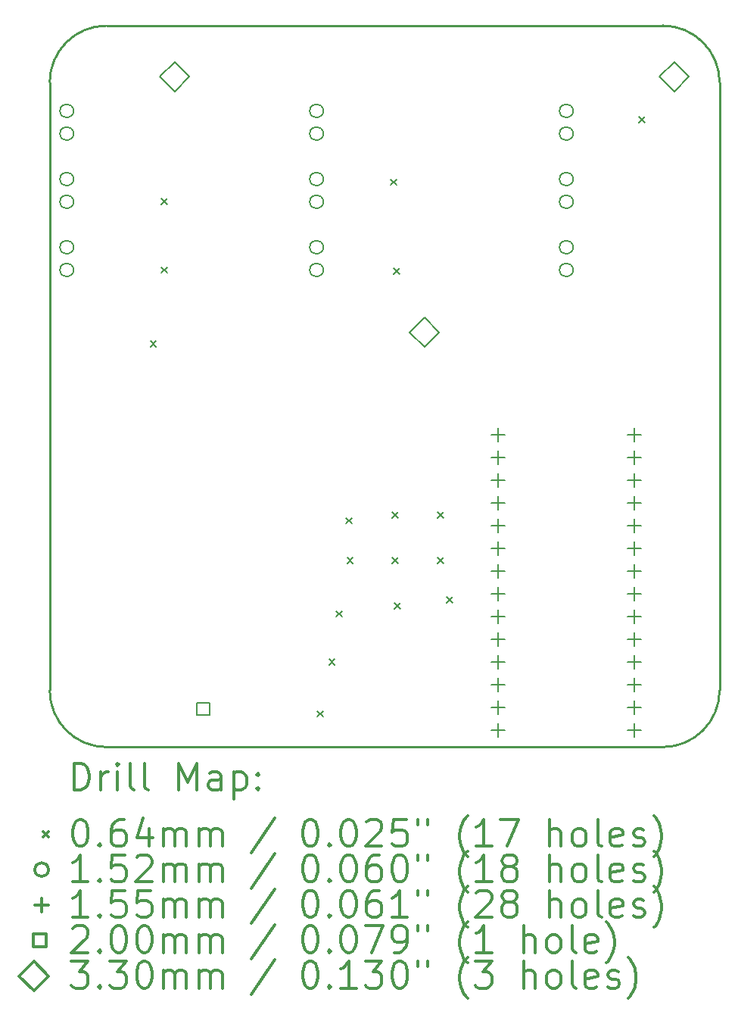
<source format=gbr>
%FSLAX45Y45*%
G04 Gerber Fmt 4.5, Leading zero omitted, Abs format (unit mm)*
G04 Created by KiCad (PCBNEW 5.1.6-c6e7f7d~87~ubuntu20.04.1) date 2020-08-03 15:13:41*
%MOMM*%
%LPD*%
G01*
G04 APERTURE LIST*
%TA.AperFunction,Profile*%
%ADD10C,0.279400*%
%TD*%
%ADD11C,0.200000*%
%ADD12C,0.300000*%
G04 APERTURE END LIST*
D10*
X12573000Y-12509500D02*
G75*
G02*
X11938000Y-13144500I-635000J0D01*
G01*
X5715000Y-13144500D02*
G75*
G02*
X5080000Y-12509500I0J635000D01*
G01*
X11938000Y-5080000D02*
G75*
G02*
X12573000Y-5715000I0J-635000D01*
G01*
X5080000Y-5715000D02*
G75*
G02*
X5715000Y-5080000I635000J0D01*
G01*
X5715000Y-5080000D02*
X11938000Y-5080000D01*
X5080000Y-12509500D02*
X5080000Y-5715000D01*
X11938000Y-13144500D02*
X5715000Y-13144500D01*
X12573000Y-5715000D02*
X12573000Y-12509500D01*
D11*
X6207720Y-8603360D02*
X6271220Y-8666860D01*
X6271220Y-8603360D02*
X6207720Y-8666860D01*
X6329040Y-7777840D02*
X6392540Y-7841340D01*
X6392540Y-7777840D02*
X6329040Y-7841340D01*
X6330020Y-7015020D02*
X6393520Y-7078520D01*
X6393520Y-7015020D02*
X6330020Y-7078520D01*
X8072660Y-12742900D02*
X8136160Y-12806400D01*
X8136160Y-12742900D02*
X8072660Y-12806400D01*
X8202930Y-12162990D02*
X8266430Y-12226490D01*
X8266430Y-12162990D02*
X8202930Y-12226490D01*
X8286750Y-11621710D02*
X8350250Y-11685210D01*
X8350250Y-11621710D02*
X8286750Y-11685210D01*
X8394510Y-10580130D02*
X8458010Y-10643630D01*
X8458010Y-10580130D02*
X8394510Y-10643630D01*
X8409550Y-11026040D02*
X8473050Y-11089540D01*
X8473050Y-11026040D02*
X8409550Y-11089540D01*
X8893020Y-6797010D02*
X8956520Y-6860510D01*
X8956520Y-6797010D02*
X8893020Y-6860510D01*
X8909910Y-10517050D02*
X8973410Y-10580550D01*
X8973410Y-10517050D02*
X8909910Y-10580550D01*
X8913130Y-11026580D02*
X8976630Y-11090080D01*
X8976630Y-11026580D02*
X8913130Y-11090080D01*
X8928010Y-7791850D02*
X8991510Y-7855350D01*
X8991510Y-7791850D02*
X8928010Y-7855350D01*
X8935710Y-11534480D02*
X8999210Y-11597980D01*
X8999210Y-11534480D02*
X8935710Y-11597980D01*
X9419220Y-10520620D02*
X9482720Y-10584120D01*
X9482720Y-10520620D02*
X9419220Y-10584120D01*
X9421130Y-11028140D02*
X9484630Y-11091640D01*
X9484630Y-11028140D02*
X9421130Y-11091640D01*
X9522560Y-11465710D02*
X9586060Y-11529210D01*
X9586060Y-11465710D02*
X9522560Y-11529210D01*
X11674020Y-6097780D02*
X11737520Y-6161280D01*
X11737520Y-6097780D02*
X11674020Y-6161280D01*
X5346700Y-6794500D02*
G75*
G03*
X5346700Y-6794500I-76200J0D01*
G01*
X5346700Y-7048500D02*
G75*
G03*
X5346700Y-7048500I-76200J0D01*
G01*
X5346700Y-6032500D02*
G75*
G03*
X5346700Y-6032500I-76200J0D01*
G01*
X5346700Y-6286500D02*
G75*
G03*
X5346700Y-6286500I-76200J0D01*
G01*
X10934700Y-7556500D02*
G75*
G03*
X10934700Y-7556500I-76200J0D01*
G01*
X10934700Y-7810500D02*
G75*
G03*
X10934700Y-7810500I-76200J0D01*
G01*
X5346700Y-7556500D02*
G75*
G03*
X5346700Y-7556500I-76200J0D01*
G01*
X5346700Y-7810500D02*
G75*
G03*
X5346700Y-7810500I-76200J0D01*
G01*
X10934700Y-6032500D02*
G75*
G03*
X10934700Y-6032500I-76200J0D01*
G01*
X10934700Y-6286500D02*
G75*
G03*
X10934700Y-6286500I-76200J0D01*
G01*
X10934700Y-6794500D02*
G75*
G03*
X10934700Y-6794500I-76200J0D01*
G01*
X10934700Y-7048500D02*
G75*
G03*
X10934700Y-7048500I-76200J0D01*
G01*
X8140700Y-6032500D02*
G75*
G03*
X8140700Y-6032500I-76200J0D01*
G01*
X8140700Y-6286500D02*
G75*
G03*
X8140700Y-6286500I-76200J0D01*
G01*
X8140700Y-7556500D02*
G75*
G03*
X8140700Y-7556500I-76200J0D01*
G01*
X8140700Y-7810500D02*
G75*
G03*
X8140700Y-7810500I-76200J0D01*
G01*
X8140700Y-6794500D02*
G75*
G03*
X8140700Y-6794500I-76200J0D01*
G01*
X8140700Y-7048500D02*
G75*
G03*
X8140700Y-7048500I-76200J0D01*
G01*
X10096500Y-9574530D02*
X10096500Y-9729470D01*
X10019030Y-9652000D02*
X10173970Y-9652000D01*
X10096500Y-9828530D02*
X10096500Y-9983470D01*
X10019030Y-9906000D02*
X10173970Y-9906000D01*
X10096500Y-10082530D02*
X10096500Y-10237470D01*
X10019030Y-10160000D02*
X10173970Y-10160000D01*
X10096500Y-10336530D02*
X10096500Y-10491470D01*
X10019030Y-10414000D02*
X10173970Y-10414000D01*
X10096500Y-10590530D02*
X10096500Y-10745470D01*
X10019030Y-10668000D02*
X10173970Y-10668000D01*
X10096500Y-10844530D02*
X10096500Y-10999470D01*
X10019030Y-10922000D02*
X10173970Y-10922000D01*
X10096500Y-11098530D02*
X10096500Y-11253470D01*
X10019030Y-11176000D02*
X10173970Y-11176000D01*
X10096500Y-11352530D02*
X10096500Y-11507470D01*
X10019030Y-11430000D02*
X10173970Y-11430000D01*
X10096500Y-11606530D02*
X10096500Y-11761470D01*
X10019030Y-11684000D02*
X10173970Y-11684000D01*
X10096500Y-11860530D02*
X10096500Y-12015470D01*
X10019030Y-11938000D02*
X10173970Y-11938000D01*
X10096500Y-12114530D02*
X10096500Y-12269470D01*
X10019030Y-12192000D02*
X10173970Y-12192000D01*
X10096500Y-12368530D02*
X10096500Y-12523470D01*
X10019030Y-12446000D02*
X10173970Y-12446000D01*
X10096500Y-12622530D02*
X10096500Y-12777470D01*
X10019030Y-12700000D02*
X10173970Y-12700000D01*
X10096500Y-12876530D02*
X10096500Y-13031470D01*
X10019030Y-12954000D02*
X10173970Y-12954000D01*
X11620500Y-9574530D02*
X11620500Y-9729470D01*
X11543030Y-9652000D02*
X11697970Y-9652000D01*
X11620500Y-9828530D02*
X11620500Y-9983470D01*
X11543030Y-9906000D02*
X11697970Y-9906000D01*
X11620500Y-10082530D02*
X11620500Y-10237470D01*
X11543030Y-10160000D02*
X11697970Y-10160000D01*
X11620500Y-10336530D02*
X11620500Y-10491470D01*
X11543030Y-10414000D02*
X11697970Y-10414000D01*
X11620500Y-10590530D02*
X11620500Y-10745470D01*
X11543030Y-10668000D02*
X11697970Y-10668000D01*
X11620500Y-10844530D02*
X11620500Y-10999470D01*
X11543030Y-10922000D02*
X11697970Y-10922000D01*
X11620500Y-11098530D02*
X11620500Y-11253470D01*
X11543030Y-11176000D02*
X11697970Y-11176000D01*
X11620500Y-11352530D02*
X11620500Y-11507470D01*
X11543030Y-11430000D02*
X11697970Y-11430000D01*
X11620500Y-11606530D02*
X11620500Y-11761470D01*
X11543030Y-11684000D02*
X11697970Y-11684000D01*
X11620500Y-11860530D02*
X11620500Y-12015470D01*
X11543030Y-11938000D02*
X11697970Y-11938000D01*
X11620500Y-12114530D02*
X11620500Y-12269470D01*
X11543030Y-12192000D02*
X11697970Y-12192000D01*
X11620500Y-12368530D02*
X11620500Y-12523470D01*
X11543030Y-12446000D02*
X11697970Y-12446000D01*
X11620500Y-12622530D02*
X11620500Y-12777470D01*
X11543030Y-12700000D02*
X11697970Y-12700000D01*
X11620500Y-12876530D02*
X11620500Y-13031470D01*
X11543030Y-12954000D02*
X11697970Y-12954000D01*
X6865211Y-12788211D02*
X6865211Y-12646789D01*
X6723789Y-12646789D01*
X6723789Y-12788211D01*
X6865211Y-12788211D01*
X6477000Y-5816600D02*
X6642100Y-5651500D01*
X6477000Y-5486400D01*
X6311900Y-5651500D01*
X6477000Y-5816600D01*
X9271000Y-8674100D02*
X9436100Y-8509000D01*
X9271000Y-8343900D01*
X9105900Y-8509000D01*
X9271000Y-8674100D01*
X12065000Y-5816600D02*
X12230100Y-5651500D01*
X12065000Y-5486400D01*
X11899900Y-5651500D01*
X12065000Y-5816600D01*
D12*
X5352458Y-13624184D02*
X5352458Y-13324184D01*
X5423887Y-13324184D01*
X5466744Y-13338470D01*
X5495316Y-13367041D01*
X5509601Y-13395613D01*
X5523887Y-13452756D01*
X5523887Y-13495613D01*
X5509601Y-13552756D01*
X5495316Y-13581327D01*
X5466744Y-13609899D01*
X5423887Y-13624184D01*
X5352458Y-13624184D01*
X5652458Y-13624184D02*
X5652458Y-13424184D01*
X5652458Y-13481327D02*
X5666744Y-13452756D01*
X5681030Y-13438470D01*
X5709601Y-13424184D01*
X5738173Y-13424184D01*
X5838173Y-13624184D02*
X5838173Y-13424184D01*
X5838173Y-13324184D02*
X5823887Y-13338470D01*
X5838173Y-13352756D01*
X5852458Y-13338470D01*
X5838173Y-13324184D01*
X5838173Y-13352756D01*
X6023887Y-13624184D02*
X5995316Y-13609899D01*
X5981030Y-13581327D01*
X5981030Y-13324184D01*
X6181030Y-13624184D02*
X6152458Y-13609899D01*
X6138173Y-13581327D01*
X6138173Y-13324184D01*
X6523887Y-13624184D02*
X6523887Y-13324184D01*
X6623887Y-13538470D01*
X6723887Y-13324184D01*
X6723887Y-13624184D01*
X6995316Y-13624184D02*
X6995316Y-13467041D01*
X6981030Y-13438470D01*
X6952458Y-13424184D01*
X6895316Y-13424184D01*
X6866744Y-13438470D01*
X6995316Y-13609899D02*
X6966744Y-13624184D01*
X6895316Y-13624184D01*
X6866744Y-13609899D01*
X6852458Y-13581327D01*
X6852458Y-13552756D01*
X6866744Y-13524184D01*
X6895316Y-13509899D01*
X6966744Y-13509899D01*
X6995316Y-13495613D01*
X7138173Y-13424184D02*
X7138173Y-13724184D01*
X7138173Y-13438470D02*
X7166744Y-13424184D01*
X7223887Y-13424184D01*
X7252458Y-13438470D01*
X7266744Y-13452756D01*
X7281030Y-13481327D01*
X7281030Y-13567041D01*
X7266744Y-13595613D01*
X7252458Y-13609899D01*
X7223887Y-13624184D01*
X7166744Y-13624184D01*
X7138173Y-13609899D01*
X7409601Y-13595613D02*
X7423887Y-13609899D01*
X7409601Y-13624184D01*
X7395316Y-13609899D01*
X7409601Y-13595613D01*
X7409601Y-13624184D01*
X7409601Y-13438470D02*
X7423887Y-13452756D01*
X7409601Y-13467041D01*
X7395316Y-13452756D01*
X7409601Y-13438470D01*
X7409601Y-13467041D01*
X5002530Y-14086720D02*
X5066030Y-14150220D01*
X5066030Y-14086720D02*
X5002530Y-14150220D01*
X5409601Y-13954184D02*
X5438173Y-13954184D01*
X5466744Y-13968470D01*
X5481030Y-13982756D01*
X5495316Y-14011327D01*
X5509601Y-14068470D01*
X5509601Y-14139899D01*
X5495316Y-14197041D01*
X5481030Y-14225613D01*
X5466744Y-14239899D01*
X5438173Y-14254184D01*
X5409601Y-14254184D01*
X5381030Y-14239899D01*
X5366744Y-14225613D01*
X5352458Y-14197041D01*
X5338173Y-14139899D01*
X5338173Y-14068470D01*
X5352458Y-14011327D01*
X5366744Y-13982756D01*
X5381030Y-13968470D01*
X5409601Y-13954184D01*
X5638173Y-14225613D02*
X5652458Y-14239899D01*
X5638173Y-14254184D01*
X5623887Y-14239899D01*
X5638173Y-14225613D01*
X5638173Y-14254184D01*
X5909601Y-13954184D02*
X5852458Y-13954184D01*
X5823887Y-13968470D01*
X5809601Y-13982756D01*
X5781030Y-14025613D01*
X5766744Y-14082756D01*
X5766744Y-14197041D01*
X5781030Y-14225613D01*
X5795316Y-14239899D01*
X5823887Y-14254184D01*
X5881030Y-14254184D01*
X5909601Y-14239899D01*
X5923887Y-14225613D01*
X5938173Y-14197041D01*
X5938173Y-14125613D01*
X5923887Y-14097041D01*
X5909601Y-14082756D01*
X5881030Y-14068470D01*
X5823887Y-14068470D01*
X5795316Y-14082756D01*
X5781030Y-14097041D01*
X5766744Y-14125613D01*
X6195316Y-14054184D02*
X6195316Y-14254184D01*
X6123887Y-13939899D02*
X6052458Y-14154184D01*
X6238173Y-14154184D01*
X6352458Y-14254184D02*
X6352458Y-14054184D01*
X6352458Y-14082756D02*
X6366744Y-14068470D01*
X6395316Y-14054184D01*
X6438173Y-14054184D01*
X6466744Y-14068470D01*
X6481030Y-14097041D01*
X6481030Y-14254184D01*
X6481030Y-14097041D02*
X6495316Y-14068470D01*
X6523887Y-14054184D01*
X6566744Y-14054184D01*
X6595316Y-14068470D01*
X6609601Y-14097041D01*
X6609601Y-14254184D01*
X6752458Y-14254184D02*
X6752458Y-14054184D01*
X6752458Y-14082756D02*
X6766744Y-14068470D01*
X6795316Y-14054184D01*
X6838173Y-14054184D01*
X6866744Y-14068470D01*
X6881030Y-14097041D01*
X6881030Y-14254184D01*
X6881030Y-14097041D02*
X6895316Y-14068470D01*
X6923887Y-14054184D01*
X6966744Y-14054184D01*
X6995316Y-14068470D01*
X7009601Y-14097041D01*
X7009601Y-14254184D01*
X7595316Y-13939899D02*
X7338173Y-14325613D01*
X7981030Y-13954184D02*
X8009601Y-13954184D01*
X8038173Y-13968470D01*
X8052458Y-13982756D01*
X8066744Y-14011327D01*
X8081030Y-14068470D01*
X8081030Y-14139899D01*
X8066744Y-14197041D01*
X8052458Y-14225613D01*
X8038173Y-14239899D01*
X8009601Y-14254184D01*
X7981030Y-14254184D01*
X7952458Y-14239899D01*
X7938173Y-14225613D01*
X7923887Y-14197041D01*
X7909601Y-14139899D01*
X7909601Y-14068470D01*
X7923887Y-14011327D01*
X7938173Y-13982756D01*
X7952458Y-13968470D01*
X7981030Y-13954184D01*
X8209601Y-14225613D02*
X8223887Y-14239899D01*
X8209601Y-14254184D01*
X8195316Y-14239899D01*
X8209601Y-14225613D01*
X8209601Y-14254184D01*
X8409601Y-13954184D02*
X8438173Y-13954184D01*
X8466744Y-13968470D01*
X8481030Y-13982756D01*
X8495316Y-14011327D01*
X8509601Y-14068470D01*
X8509601Y-14139899D01*
X8495316Y-14197041D01*
X8481030Y-14225613D01*
X8466744Y-14239899D01*
X8438173Y-14254184D01*
X8409601Y-14254184D01*
X8381030Y-14239899D01*
X8366744Y-14225613D01*
X8352458Y-14197041D01*
X8338173Y-14139899D01*
X8338173Y-14068470D01*
X8352458Y-14011327D01*
X8366744Y-13982756D01*
X8381030Y-13968470D01*
X8409601Y-13954184D01*
X8623887Y-13982756D02*
X8638173Y-13968470D01*
X8666744Y-13954184D01*
X8738173Y-13954184D01*
X8766744Y-13968470D01*
X8781030Y-13982756D01*
X8795316Y-14011327D01*
X8795316Y-14039899D01*
X8781030Y-14082756D01*
X8609601Y-14254184D01*
X8795316Y-14254184D01*
X9066744Y-13954184D02*
X8923887Y-13954184D01*
X8909601Y-14097041D01*
X8923887Y-14082756D01*
X8952458Y-14068470D01*
X9023887Y-14068470D01*
X9052458Y-14082756D01*
X9066744Y-14097041D01*
X9081030Y-14125613D01*
X9081030Y-14197041D01*
X9066744Y-14225613D01*
X9052458Y-14239899D01*
X9023887Y-14254184D01*
X8952458Y-14254184D01*
X8923887Y-14239899D01*
X8909601Y-14225613D01*
X9195316Y-13954184D02*
X9195316Y-14011327D01*
X9309601Y-13954184D02*
X9309601Y-14011327D01*
X9752458Y-14368470D02*
X9738173Y-14354184D01*
X9709601Y-14311327D01*
X9695316Y-14282756D01*
X9681030Y-14239899D01*
X9666744Y-14168470D01*
X9666744Y-14111327D01*
X9681030Y-14039899D01*
X9695316Y-13997041D01*
X9709601Y-13968470D01*
X9738173Y-13925613D01*
X9752458Y-13911327D01*
X10023887Y-14254184D02*
X9852458Y-14254184D01*
X9938173Y-14254184D02*
X9938173Y-13954184D01*
X9909601Y-13997041D01*
X9881030Y-14025613D01*
X9852458Y-14039899D01*
X10123887Y-13954184D02*
X10323887Y-13954184D01*
X10195316Y-14254184D01*
X10666744Y-14254184D02*
X10666744Y-13954184D01*
X10795316Y-14254184D02*
X10795316Y-14097041D01*
X10781030Y-14068470D01*
X10752458Y-14054184D01*
X10709601Y-14054184D01*
X10681030Y-14068470D01*
X10666744Y-14082756D01*
X10981030Y-14254184D02*
X10952458Y-14239899D01*
X10938173Y-14225613D01*
X10923887Y-14197041D01*
X10923887Y-14111327D01*
X10938173Y-14082756D01*
X10952458Y-14068470D01*
X10981030Y-14054184D01*
X11023887Y-14054184D01*
X11052458Y-14068470D01*
X11066744Y-14082756D01*
X11081030Y-14111327D01*
X11081030Y-14197041D01*
X11066744Y-14225613D01*
X11052458Y-14239899D01*
X11023887Y-14254184D01*
X10981030Y-14254184D01*
X11252458Y-14254184D02*
X11223887Y-14239899D01*
X11209601Y-14211327D01*
X11209601Y-13954184D01*
X11481030Y-14239899D02*
X11452458Y-14254184D01*
X11395316Y-14254184D01*
X11366744Y-14239899D01*
X11352458Y-14211327D01*
X11352458Y-14097041D01*
X11366744Y-14068470D01*
X11395316Y-14054184D01*
X11452458Y-14054184D01*
X11481030Y-14068470D01*
X11495316Y-14097041D01*
X11495316Y-14125613D01*
X11352458Y-14154184D01*
X11609601Y-14239899D02*
X11638173Y-14254184D01*
X11695316Y-14254184D01*
X11723887Y-14239899D01*
X11738173Y-14211327D01*
X11738173Y-14197041D01*
X11723887Y-14168470D01*
X11695316Y-14154184D01*
X11652458Y-14154184D01*
X11623887Y-14139899D01*
X11609601Y-14111327D01*
X11609601Y-14097041D01*
X11623887Y-14068470D01*
X11652458Y-14054184D01*
X11695316Y-14054184D01*
X11723887Y-14068470D01*
X11838173Y-14368470D02*
X11852458Y-14354184D01*
X11881030Y-14311327D01*
X11895316Y-14282756D01*
X11909601Y-14239899D01*
X11923887Y-14168470D01*
X11923887Y-14111327D01*
X11909601Y-14039899D01*
X11895316Y-13997041D01*
X11881030Y-13968470D01*
X11852458Y-13925613D01*
X11838173Y-13911327D01*
X5066030Y-14514470D02*
G75*
G03*
X5066030Y-14514470I-76200J0D01*
G01*
X5509601Y-14650184D02*
X5338173Y-14650184D01*
X5423887Y-14650184D02*
X5423887Y-14350184D01*
X5395316Y-14393041D01*
X5366744Y-14421613D01*
X5338173Y-14435899D01*
X5638173Y-14621613D02*
X5652458Y-14635899D01*
X5638173Y-14650184D01*
X5623887Y-14635899D01*
X5638173Y-14621613D01*
X5638173Y-14650184D01*
X5923887Y-14350184D02*
X5781030Y-14350184D01*
X5766744Y-14493041D01*
X5781030Y-14478756D01*
X5809601Y-14464470D01*
X5881030Y-14464470D01*
X5909601Y-14478756D01*
X5923887Y-14493041D01*
X5938173Y-14521613D01*
X5938173Y-14593041D01*
X5923887Y-14621613D01*
X5909601Y-14635899D01*
X5881030Y-14650184D01*
X5809601Y-14650184D01*
X5781030Y-14635899D01*
X5766744Y-14621613D01*
X6052458Y-14378756D02*
X6066744Y-14364470D01*
X6095316Y-14350184D01*
X6166744Y-14350184D01*
X6195316Y-14364470D01*
X6209601Y-14378756D01*
X6223887Y-14407327D01*
X6223887Y-14435899D01*
X6209601Y-14478756D01*
X6038173Y-14650184D01*
X6223887Y-14650184D01*
X6352458Y-14650184D02*
X6352458Y-14450184D01*
X6352458Y-14478756D02*
X6366744Y-14464470D01*
X6395316Y-14450184D01*
X6438173Y-14450184D01*
X6466744Y-14464470D01*
X6481030Y-14493041D01*
X6481030Y-14650184D01*
X6481030Y-14493041D02*
X6495316Y-14464470D01*
X6523887Y-14450184D01*
X6566744Y-14450184D01*
X6595316Y-14464470D01*
X6609601Y-14493041D01*
X6609601Y-14650184D01*
X6752458Y-14650184D02*
X6752458Y-14450184D01*
X6752458Y-14478756D02*
X6766744Y-14464470D01*
X6795316Y-14450184D01*
X6838173Y-14450184D01*
X6866744Y-14464470D01*
X6881030Y-14493041D01*
X6881030Y-14650184D01*
X6881030Y-14493041D02*
X6895316Y-14464470D01*
X6923887Y-14450184D01*
X6966744Y-14450184D01*
X6995316Y-14464470D01*
X7009601Y-14493041D01*
X7009601Y-14650184D01*
X7595316Y-14335899D02*
X7338173Y-14721613D01*
X7981030Y-14350184D02*
X8009601Y-14350184D01*
X8038173Y-14364470D01*
X8052458Y-14378756D01*
X8066744Y-14407327D01*
X8081030Y-14464470D01*
X8081030Y-14535899D01*
X8066744Y-14593041D01*
X8052458Y-14621613D01*
X8038173Y-14635899D01*
X8009601Y-14650184D01*
X7981030Y-14650184D01*
X7952458Y-14635899D01*
X7938173Y-14621613D01*
X7923887Y-14593041D01*
X7909601Y-14535899D01*
X7909601Y-14464470D01*
X7923887Y-14407327D01*
X7938173Y-14378756D01*
X7952458Y-14364470D01*
X7981030Y-14350184D01*
X8209601Y-14621613D02*
X8223887Y-14635899D01*
X8209601Y-14650184D01*
X8195316Y-14635899D01*
X8209601Y-14621613D01*
X8209601Y-14650184D01*
X8409601Y-14350184D02*
X8438173Y-14350184D01*
X8466744Y-14364470D01*
X8481030Y-14378756D01*
X8495316Y-14407327D01*
X8509601Y-14464470D01*
X8509601Y-14535899D01*
X8495316Y-14593041D01*
X8481030Y-14621613D01*
X8466744Y-14635899D01*
X8438173Y-14650184D01*
X8409601Y-14650184D01*
X8381030Y-14635899D01*
X8366744Y-14621613D01*
X8352458Y-14593041D01*
X8338173Y-14535899D01*
X8338173Y-14464470D01*
X8352458Y-14407327D01*
X8366744Y-14378756D01*
X8381030Y-14364470D01*
X8409601Y-14350184D01*
X8766744Y-14350184D02*
X8709601Y-14350184D01*
X8681030Y-14364470D01*
X8666744Y-14378756D01*
X8638173Y-14421613D01*
X8623887Y-14478756D01*
X8623887Y-14593041D01*
X8638173Y-14621613D01*
X8652458Y-14635899D01*
X8681030Y-14650184D01*
X8738173Y-14650184D01*
X8766744Y-14635899D01*
X8781030Y-14621613D01*
X8795316Y-14593041D01*
X8795316Y-14521613D01*
X8781030Y-14493041D01*
X8766744Y-14478756D01*
X8738173Y-14464470D01*
X8681030Y-14464470D01*
X8652458Y-14478756D01*
X8638173Y-14493041D01*
X8623887Y-14521613D01*
X8981030Y-14350184D02*
X9009601Y-14350184D01*
X9038173Y-14364470D01*
X9052458Y-14378756D01*
X9066744Y-14407327D01*
X9081030Y-14464470D01*
X9081030Y-14535899D01*
X9066744Y-14593041D01*
X9052458Y-14621613D01*
X9038173Y-14635899D01*
X9009601Y-14650184D01*
X8981030Y-14650184D01*
X8952458Y-14635899D01*
X8938173Y-14621613D01*
X8923887Y-14593041D01*
X8909601Y-14535899D01*
X8909601Y-14464470D01*
X8923887Y-14407327D01*
X8938173Y-14378756D01*
X8952458Y-14364470D01*
X8981030Y-14350184D01*
X9195316Y-14350184D02*
X9195316Y-14407327D01*
X9309601Y-14350184D02*
X9309601Y-14407327D01*
X9752458Y-14764470D02*
X9738173Y-14750184D01*
X9709601Y-14707327D01*
X9695316Y-14678756D01*
X9681030Y-14635899D01*
X9666744Y-14564470D01*
X9666744Y-14507327D01*
X9681030Y-14435899D01*
X9695316Y-14393041D01*
X9709601Y-14364470D01*
X9738173Y-14321613D01*
X9752458Y-14307327D01*
X10023887Y-14650184D02*
X9852458Y-14650184D01*
X9938173Y-14650184D02*
X9938173Y-14350184D01*
X9909601Y-14393041D01*
X9881030Y-14421613D01*
X9852458Y-14435899D01*
X10195316Y-14478756D02*
X10166744Y-14464470D01*
X10152458Y-14450184D01*
X10138173Y-14421613D01*
X10138173Y-14407327D01*
X10152458Y-14378756D01*
X10166744Y-14364470D01*
X10195316Y-14350184D01*
X10252458Y-14350184D01*
X10281030Y-14364470D01*
X10295316Y-14378756D01*
X10309601Y-14407327D01*
X10309601Y-14421613D01*
X10295316Y-14450184D01*
X10281030Y-14464470D01*
X10252458Y-14478756D01*
X10195316Y-14478756D01*
X10166744Y-14493041D01*
X10152458Y-14507327D01*
X10138173Y-14535899D01*
X10138173Y-14593041D01*
X10152458Y-14621613D01*
X10166744Y-14635899D01*
X10195316Y-14650184D01*
X10252458Y-14650184D01*
X10281030Y-14635899D01*
X10295316Y-14621613D01*
X10309601Y-14593041D01*
X10309601Y-14535899D01*
X10295316Y-14507327D01*
X10281030Y-14493041D01*
X10252458Y-14478756D01*
X10666744Y-14650184D02*
X10666744Y-14350184D01*
X10795316Y-14650184D02*
X10795316Y-14493041D01*
X10781030Y-14464470D01*
X10752458Y-14450184D01*
X10709601Y-14450184D01*
X10681030Y-14464470D01*
X10666744Y-14478756D01*
X10981030Y-14650184D02*
X10952458Y-14635899D01*
X10938173Y-14621613D01*
X10923887Y-14593041D01*
X10923887Y-14507327D01*
X10938173Y-14478756D01*
X10952458Y-14464470D01*
X10981030Y-14450184D01*
X11023887Y-14450184D01*
X11052458Y-14464470D01*
X11066744Y-14478756D01*
X11081030Y-14507327D01*
X11081030Y-14593041D01*
X11066744Y-14621613D01*
X11052458Y-14635899D01*
X11023887Y-14650184D01*
X10981030Y-14650184D01*
X11252458Y-14650184D02*
X11223887Y-14635899D01*
X11209601Y-14607327D01*
X11209601Y-14350184D01*
X11481030Y-14635899D02*
X11452458Y-14650184D01*
X11395316Y-14650184D01*
X11366744Y-14635899D01*
X11352458Y-14607327D01*
X11352458Y-14493041D01*
X11366744Y-14464470D01*
X11395316Y-14450184D01*
X11452458Y-14450184D01*
X11481030Y-14464470D01*
X11495316Y-14493041D01*
X11495316Y-14521613D01*
X11352458Y-14550184D01*
X11609601Y-14635899D02*
X11638173Y-14650184D01*
X11695316Y-14650184D01*
X11723887Y-14635899D01*
X11738173Y-14607327D01*
X11738173Y-14593041D01*
X11723887Y-14564470D01*
X11695316Y-14550184D01*
X11652458Y-14550184D01*
X11623887Y-14535899D01*
X11609601Y-14507327D01*
X11609601Y-14493041D01*
X11623887Y-14464470D01*
X11652458Y-14450184D01*
X11695316Y-14450184D01*
X11723887Y-14464470D01*
X11838173Y-14764470D02*
X11852458Y-14750184D01*
X11881030Y-14707327D01*
X11895316Y-14678756D01*
X11909601Y-14635899D01*
X11923887Y-14564470D01*
X11923887Y-14507327D01*
X11909601Y-14435899D01*
X11895316Y-14393041D01*
X11881030Y-14364470D01*
X11852458Y-14321613D01*
X11838173Y-14307327D01*
X4988560Y-14833000D02*
X4988560Y-14987940D01*
X4911090Y-14910470D02*
X5066030Y-14910470D01*
X5509601Y-15046184D02*
X5338173Y-15046184D01*
X5423887Y-15046184D02*
X5423887Y-14746184D01*
X5395316Y-14789041D01*
X5366744Y-14817613D01*
X5338173Y-14831899D01*
X5638173Y-15017613D02*
X5652458Y-15031899D01*
X5638173Y-15046184D01*
X5623887Y-15031899D01*
X5638173Y-15017613D01*
X5638173Y-15046184D01*
X5923887Y-14746184D02*
X5781030Y-14746184D01*
X5766744Y-14889041D01*
X5781030Y-14874756D01*
X5809601Y-14860470D01*
X5881030Y-14860470D01*
X5909601Y-14874756D01*
X5923887Y-14889041D01*
X5938173Y-14917613D01*
X5938173Y-14989041D01*
X5923887Y-15017613D01*
X5909601Y-15031899D01*
X5881030Y-15046184D01*
X5809601Y-15046184D01*
X5781030Y-15031899D01*
X5766744Y-15017613D01*
X6209601Y-14746184D02*
X6066744Y-14746184D01*
X6052458Y-14889041D01*
X6066744Y-14874756D01*
X6095316Y-14860470D01*
X6166744Y-14860470D01*
X6195316Y-14874756D01*
X6209601Y-14889041D01*
X6223887Y-14917613D01*
X6223887Y-14989041D01*
X6209601Y-15017613D01*
X6195316Y-15031899D01*
X6166744Y-15046184D01*
X6095316Y-15046184D01*
X6066744Y-15031899D01*
X6052458Y-15017613D01*
X6352458Y-15046184D02*
X6352458Y-14846184D01*
X6352458Y-14874756D02*
X6366744Y-14860470D01*
X6395316Y-14846184D01*
X6438173Y-14846184D01*
X6466744Y-14860470D01*
X6481030Y-14889041D01*
X6481030Y-15046184D01*
X6481030Y-14889041D02*
X6495316Y-14860470D01*
X6523887Y-14846184D01*
X6566744Y-14846184D01*
X6595316Y-14860470D01*
X6609601Y-14889041D01*
X6609601Y-15046184D01*
X6752458Y-15046184D02*
X6752458Y-14846184D01*
X6752458Y-14874756D02*
X6766744Y-14860470D01*
X6795316Y-14846184D01*
X6838173Y-14846184D01*
X6866744Y-14860470D01*
X6881030Y-14889041D01*
X6881030Y-15046184D01*
X6881030Y-14889041D02*
X6895316Y-14860470D01*
X6923887Y-14846184D01*
X6966744Y-14846184D01*
X6995316Y-14860470D01*
X7009601Y-14889041D01*
X7009601Y-15046184D01*
X7595316Y-14731899D02*
X7338173Y-15117613D01*
X7981030Y-14746184D02*
X8009601Y-14746184D01*
X8038173Y-14760470D01*
X8052458Y-14774756D01*
X8066744Y-14803327D01*
X8081030Y-14860470D01*
X8081030Y-14931899D01*
X8066744Y-14989041D01*
X8052458Y-15017613D01*
X8038173Y-15031899D01*
X8009601Y-15046184D01*
X7981030Y-15046184D01*
X7952458Y-15031899D01*
X7938173Y-15017613D01*
X7923887Y-14989041D01*
X7909601Y-14931899D01*
X7909601Y-14860470D01*
X7923887Y-14803327D01*
X7938173Y-14774756D01*
X7952458Y-14760470D01*
X7981030Y-14746184D01*
X8209601Y-15017613D02*
X8223887Y-15031899D01*
X8209601Y-15046184D01*
X8195316Y-15031899D01*
X8209601Y-15017613D01*
X8209601Y-15046184D01*
X8409601Y-14746184D02*
X8438173Y-14746184D01*
X8466744Y-14760470D01*
X8481030Y-14774756D01*
X8495316Y-14803327D01*
X8509601Y-14860470D01*
X8509601Y-14931899D01*
X8495316Y-14989041D01*
X8481030Y-15017613D01*
X8466744Y-15031899D01*
X8438173Y-15046184D01*
X8409601Y-15046184D01*
X8381030Y-15031899D01*
X8366744Y-15017613D01*
X8352458Y-14989041D01*
X8338173Y-14931899D01*
X8338173Y-14860470D01*
X8352458Y-14803327D01*
X8366744Y-14774756D01*
X8381030Y-14760470D01*
X8409601Y-14746184D01*
X8766744Y-14746184D02*
X8709601Y-14746184D01*
X8681030Y-14760470D01*
X8666744Y-14774756D01*
X8638173Y-14817613D01*
X8623887Y-14874756D01*
X8623887Y-14989041D01*
X8638173Y-15017613D01*
X8652458Y-15031899D01*
X8681030Y-15046184D01*
X8738173Y-15046184D01*
X8766744Y-15031899D01*
X8781030Y-15017613D01*
X8795316Y-14989041D01*
X8795316Y-14917613D01*
X8781030Y-14889041D01*
X8766744Y-14874756D01*
X8738173Y-14860470D01*
X8681030Y-14860470D01*
X8652458Y-14874756D01*
X8638173Y-14889041D01*
X8623887Y-14917613D01*
X9081030Y-15046184D02*
X8909601Y-15046184D01*
X8995316Y-15046184D02*
X8995316Y-14746184D01*
X8966744Y-14789041D01*
X8938173Y-14817613D01*
X8909601Y-14831899D01*
X9195316Y-14746184D02*
X9195316Y-14803327D01*
X9309601Y-14746184D02*
X9309601Y-14803327D01*
X9752458Y-15160470D02*
X9738173Y-15146184D01*
X9709601Y-15103327D01*
X9695316Y-15074756D01*
X9681030Y-15031899D01*
X9666744Y-14960470D01*
X9666744Y-14903327D01*
X9681030Y-14831899D01*
X9695316Y-14789041D01*
X9709601Y-14760470D01*
X9738173Y-14717613D01*
X9752458Y-14703327D01*
X9852458Y-14774756D02*
X9866744Y-14760470D01*
X9895316Y-14746184D01*
X9966744Y-14746184D01*
X9995316Y-14760470D01*
X10009601Y-14774756D01*
X10023887Y-14803327D01*
X10023887Y-14831899D01*
X10009601Y-14874756D01*
X9838173Y-15046184D01*
X10023887Y-15046184D01*
X10195316Y-14874756D02*
X10166744Y-14860470D01*
X10152458Y-14846184D01*
X10138173Y-14817613D01*
X10138173Y-14803327D01*
X10152458Y-14774756D01*
X10166744Y-14760470D01*
X10195316Y-14746184D01*
X10252458Y-14746184D01*
X10281030Y-14760470D01*
X10295316Y-14774756D01*
X10309601Y-14803327D01*
X10309601Y-14817613D01*
X10295316Y-14846184D01*
X10281030Y-14860470D01*
X10252458Y-14874756D01*
X10195316Y-14874756D01*
X10166744Y-14889041D01*
X10152458Y-14903327D01*
X10138173Y-14931899D01*
X10138173Y-14989041D01*
X10152458Y-15017613D01*
X10166744Y-15031899D01*
X10195316Y-15046184D01*
X10252458Y-15046184D01*
X10281030Y-15031899D01*
X10295316Y-15017613D01*
X10309601Y-14989041D01*
X10309601Y-14931899D01*
X10295316Y-14903327D01*
X10281030Y-14889041D01*
X10252458Y-14874756D01*
X10666744Y-15046184D02*
X10666744Y-14746184D01*
X10795316Y-15046184D02*
X10795316Y-14889041D01*
X10781030Y-14860470D01*
X10752458Y-14846184D01*
X10709601Y-14846184D01*
X10681030Y-14860470D01*
X10666744Y-14874756D01*
X10981030Y-15046184D02*
X10952458Y-15031899D01*
X10938173Y-15017613D01*
X10923887Y-14989041D01*
X10923887Y-14903327D01*
X10938173Y-14874756D01*
X10952458Y-14860470D01*
X10981030Y-14846184D01*
X11023887Y-14846184D01*
X11052458Y-14860470D01*
X11066744Y-14874756D01*
X11081030Y-14903327D01*
X11081030Y-14989041D01*
X11066744Y-15017613D01*
X11052458Y-15031899D01*
X11023887Y-15046184D01*
X10981030Y-15046184D01*
X11252458Y-15046184D02*
X11223887Y-15031899D01*
X11209601Y-15003327D01*
X11209601Y-14746184D01*
X11481030Y-15031899D02*
X11452458Y-15046184D01*
X11395316Y-15046184D01*
X11366744Y-15031899D01*
X11352458Y-15003327D01*
X11352458Y-14889041D01*
X11366744Y-14860470D01*
X11395316Y-14846184D01*
X11452458Y-14846184D01*
X11481030Y-14860470D01*
X11495316Y-14889041D01*
X11495316Y-14917613D01*
X11352458Y-14946184D01*
X11609601Y-15031899D02*
X11638173Y-15046184D01*
X11695316Y-15046184D01*
X11723887Y-15031899D01*
X11738173Y-15003327D01*
X11738173Y-14989041D01*
X11723887Y-14960470D01*
X11695316Y-14946184D01*
X11652458Y-14946184D01*
X11623887Y-14931899D01*
X11609601Y-14903327D01*
X11609601Y-14889041D01*
X11623887Y-14860470D01*
X11652458Y-14846184D01*
X11695316Y-14846184D01*
X11723887Y-14860470D01*
X11838173Y-15160470D02*
X11852458Y-15146184D01*
X11881030Y-15103327D01*
X11895316Y-15074756D01*
X11909601Y-15031899D01*
X11923887Y-14960470D01*
X11923887Y-14903327D01*
X11909601Y-14831899D01*
X11895316Y-14789041D01*
X11881030Y-14760470D01*
X11852458Y-14717613D01*
X11838173Y-14703327D01*
X5036741Y-15377181D02*
X5036741Y-15235759D01*
X4895319Y-15235759D01*
X4895319Y-15377181D01*
X5036741Y-15377181D01*
X5338173Y-15170756D02*
X5352458Y-15156470D01*
X5381030Y-15142184D01*
X5452458Y-15142184D01*
X5481030Y-15156470D01*
X5495316Y-15170756D01*
X5509601Y-15199327D01*
X5509601Y-15227899D01*
X5495316Y-15270756D01*
X5323887Y-15442184D01*
X5509601Y-15442184D01*
X5638173Y-15413613D02*
X5652458Y-15427899D01*
X5638173Y-15442184D01*
X5623887Y-15427899D01*
X5638173Y-15413613D01*
X5638173Y-15442184D01*
X5838173Y-15142184D02*
X5866744Y-15142184D01*
X5895316Y-15156470D01*
X5909601Y-15170756D01*
X5923887Y-15199327D01*
X5938173Y-15256470D01*
X5938173Y-15327899D01*
X5923887Y-15385041D01*
X5909601Y-15413613D01*
X5895316Y-15427899D01*
X5866744Y-15442184D01*
X5838173Y-15442184D01*
X5809601Y-15427899D01*
X5795316Y-15413613D01*
X5781030Y-15385041D01*
X5766744Y-15327899D01*
X5766744Y-15256470D01*
X5781030Y-15199327D01*
X5795316Y-15170756D01*
X5809601Y-15156470D01*
X5838173Y-15142184D01*
X6123887Y-15142184D02*
X6152458Y-15142184D01*
X6181030Y-15156470D01*
X6195316Y-15170756D01*
X6209601Y-15199327D01*
X6223887Y-15256470D01*
X6223887Y-15327899D01*
X6209601Y-15385041D01*
X6195316Y-15413613D01*
X6181030Y-15427899D01*
X6152458Y-15442184D01*
X6123887Y-15442184D01*
X6095316Y-15427899D01*
X6081030Y-15413613D01*
X6066744Y-15385041D01*
X6052458Y-15327899D01*
X6052458Y-15256470D01*
X6066744Y-15199327D01*
X6081030Y-15170756D01*
X6095316Y-15156470D01*
X6123887Y-15142184D01*
X6352458Y-15442184D02*
X6352458Y-15242184D01*
X6352458Y-15270756D02*
X6366744Y-15256470D01*
X6395316Y-15242184D01*
X6438173Y-15242184D01*
X6466744Y-15256470D01*
X6481030Y-15285041D01*
X6481030Y-15442184D01*
X6481030Y-15285041D02*
X6495316Y-15256470D01*
X6523887Y-15242184D01*
X6566744Y-15242184D01*
X6595316Y-15256470D01*
X6609601Y-15285041D01*
X6609601Y-15442184D01*
X6752458Y-15442184D02*
X6752458Y-15242184D01*
X6752458Y-15270756D02*
X6766744Y-15256470D01*
X6795316Y-15242184D01*
X6838173Y-15242184D01*
X6866744Y-15256470D01*
X6881030Y-15285041D01*
X6881030Y-15442184D01*
X6881030Y-15285041D02*
X6895316Y-15256470D01*
X6923887Y-15242184D01*
X6966744Y-15242184D01*
X6995316Y-15256470D01*
X7009601Y-15285041D01*
X7009601Y-15442184D01*
X7595316Y-15127899D02*
X7338173Y-15513613D01*
X7981030Y-15142184D02*
X8009601Y-15142184D01*
X8038173Y-15156470D01*
X8052458Y-15170756D01*
X8066744Y-15199327D01*
X8081030Y-15256470D01*
X8081030Y-15327899D01*
X8066744Y-15385041D01*
X8052458Y-15413613D01*
X8038173Y-15427899D01*
X8009601Y-15442184D01*
X7981030Y-15442184D01*
X7952458Y-15427899D01*
X7938173Y-15413613D01*
X7923887Y-15385041D01*
X7909601Y-15327899D01*
X7909601Y-15256470D01*
X7923887Y-15199327D01*
X7938173Y-15170756D01*
X7952458Y-15156470D01*
X7981030Y-15142184D01*
X8209601Y-15413613D02*
X8223887Y-15427899D01*
X8209601Y-15442184D01*
X8195316Y-15427899D01*
X8209601Y-15413613D01*
X8209601Y-15442184D01*
X8409601Y-15142184D02*
X8438173Y-15142184D01*
X8466744Y-15156470D01*
X8481030Y-15170756D01*
X8495316Y-15199327D01*
X8509601Y-15256470D01*
X8509601Y-15327899D01*
X8495316Y-15385041D01*
X8481030Y-15413613D01*
X8466744Y-15427899D01*
X8438173Y-15442184D01*
X8409601Y-15442184D01*
X8381030Y-15427899D01*
X8366744Y-15413613D01*
X8352458Y-15385041D01*
X8338173Y-15327899D01*
X8338173Y-15256470D01*
X8352458Y-15199327D01*
X8366744Y-15170756D01*
X8381030Y-15156470D01*
X8409601Y-15142184D01*
X8609601Y-15142184D02*
X8809601Y-15142184D01*
X8681030Y-15442184D01*
X8938173Y-15442184D02*
X8995316Y-15442184D01*
X9023887Y-15427899D01*
X9038173Y-15413613D01*
X9066744Y-15370756D01*
X9081030Y-15313613D01*
X9081030Y-15199327D01*
X9066744Y-15170756D01*
X9052458Y-15156470D01*
X9023887Y-15142184D01*
X8966744Y-15142184D01*
X8938173Y-15156470D01*
X8923887Y-15170756D01*
X8909601Y-15199327D01*
X8909601Y-15270756D01*
X8923887Y-15299327D01*
X8938173Y-15313613D01*
X8966744Y-15327899D01*
X9023887Y-15327899D01*
X9052458Y-15313613D01*
X9066744Y-15299327D01*
X9081030Y-15270756D01*
X9195316Y-15142184D02*
X9195316Y-15199327D01*
X9309601Y-15142184D02*
X9309601Y-15199327D01*
X9752458Y-15556470D02*
X9738173Y-15542184D01*
X9709601Y-15499327D01*
X9695316Y-15470756D01*
X9681030Y-15427899D01*
X9666744Y-15356470D01*
X9666744Y-15299327D01*
X9681030Y-15227899D01*
X9695316Y-15185041D01*
X9709601Y-15156470D01*
X9738173Y-15113613D01*
X9752458Y-15099327D01*
X10023887Y-15442184D02*
X9852458Y-15442184D01*
X9938173Y-15442184D02*
X9938173Y-15142184D01*
X9909601Y-15185041D01*
X9881030Y-15213613D01*
X9852458Y-15227899D01*
X10381030Y-15442184D02*
X10381030Y-15142184D01*
X10509601Y-15442184D02*
X10509601Y-15285041D01*
X10495316Y-15256470D01*
X10466744Y-15242184D01*
X10423887Y-15242184D01*
X10395316Y-15256470D01*
X10381030Y-15270756D01*
X10695316Y-15442184D02*
X10666744Y-15427899D01*
X10652458Y-15413613D01*
X10638173Y-15385041D01*
X10638173Y-15299327D01*
X10652458Y-15270756D01*
X10666744Y-15256470D01*
X10695316Y-15242184D01*
X10738173Y-15242184D01*
X10766744Y-15256470D01*
X10781030Y-15270756D01*
X10795316Y-15299327D01*
X10795316Y-15385041D01*
X10781030Y-15413613D01*
X10766744Y-15427899D01*
X10738173Y-15442184D01*
X10695316Y-15442184D01*
X10966744Y-15442184D02*
X10938173Y-15427899D01*
X10923887Y-15399327D01*
X10923887Y-15142184D01*
X11195316Y-15427899D02*
X11166744Y-15442184D01*
X11109601Y-15442184D01*
X11081030Y-15427899D01*
X11066744Y-15399327D01*
X11066744Y-15285041D01*
X11081030Y-15256470D01*
X11109601Y-15242184D01*
X11166744Y-15242184D01*
X11195316Y-15256470D01*
X11209601Y-15285041D01*
X11209601Y-15313613D01*
X11066744Y-15342184D01*
X11309601Y-15556470D02*
X11323887Y-15542184D01*
X11352458Y-15499327D01*
X11366744Y-15470756D01*
X11381030Y-15427899D01*
X11395316Y-15356470D01*
X11395316Y-15299327D01*
X11381030Y-15227899D01*
X11366744Y-15185041D01*
X11352458Y-15156470D01*
X11323887Y-15113613D01*
X11309601Y-15099327D01*
X4900930Y-15867570D02*
X5066030Y-15702470D01*
X4900930Y-15537370D01*
X4735830Y-15702470D01*
X4900930Y-15867570D01*
X5323887Y-15538184D02*
X5509601Y-15538184D01*
X5409601Y-15652470D01*
X5452458Y-15652470D01*
X5481030Y-15666756D01*
X5495316Y-15681041D01*
X5509601Y-15709613D01*
X5509601Y-15781041D01*
X5495316Y-15809613D01*
X5481030Y-15823899D01*
X5452458Y-15838184D01*
X5366744Y-15838184D01*
X5338173Y-15823899D01*
X5323887Y-15809613D01*
X5638173Y-15809613D02*
X5652458Y-15823899D01*
X5638173Y-15838184D01*
X5623887Y-15823899D01*
X5638173Y-15809613D01*
X5638173Y-15838184D01*
X5752458Y-15538184D02*
X5938173Y-15538184D01*
X5838173Y-15652470D01*
X5881030Y-15652470D01*
X5909601Y-15666756D01*
X5923887Y-15681041D01*
X5938173Y-15709613D01*
X5938173Y-15781041D01*
X5923887Y-15809613D01*
X5909601Y-15823899D01*
X5881030Y-15838184D01*
X5795316Y-15838184D01*
X5766744Y-15823899D01*
X5752458Y-15809613D01*
X6123887Y-15538184D02*
X6152458Y-15538184D01*
X6181030Y-15552470D01*
X6195316Y-15566756D01*
X6209601Y-15595327D01*
X6223887Y-15652470D01*
X6223887Y-15723899D01*
X6209601Y-15781041D01*
X6195316Y-15809613D01*
X6181030Y-15823899D01*
X6152458Y-15838184D01*
X6123887Y-15838184D01*
X6095316Y-15823899D01*
X6081030Y-15809613D01*
X6066744Y-15781041D01*
X6052458Y-15723899D01*
X6052458Y-15652470D01*
X6066744Y-15595327D01*
X6081030Y-15566756D01*
X6095316Y-15552470D01*
X6123887Y-15538184D01*
X6352458Y-15838184D02*
X6352458Y-15638184D01*
X6352458Y-15666756D02*
X6366744Y-15652470D01*
X6395316Y-15638184D01*
X6438173Y-15638184D01*
X6466744Y-15652470D01*
X6481030Y-15681041D01*
X6481030Y-15838184D01*
X6481030Y-15681041D02*
X6495316Y-15652470D01*
X6523887Y-15638184D01*
X6566744Y-15638184D01*
X6595316Y-15652470D01*
X6609601Y-15681041D01*
X6609601Y-15838184D01*
X6752458Y-15838184D02*
X6752458Y-15638184D01*
X6752458Y-15666756D02*
X6766744Y-15652470D01*
X6795316Y-15638184D01*
X6838173Y-15638184D01*
X6866744Y-15652470D01*
X6881030Y-15681041D01*
X6881030Y-15838184D01*
X6881030Y-15681041D02*
X6895316Y-15652470D01*
X6923887Y-15638184D01*
X6966744Y-15638184D01*
X6995316Y-15652470D01*
X7009601Y-15681041D01*
X7009601Y-15838184D01*
X7595316Y-15523899D02*
X7338173Y-15909613D01*
X7981030Y-15538184D02*
X8009601Y-15538184D01*
X8038173Y-15552470D01*
X8052458Y-15566756D01*
X8066744Y-15595327D01*
X8081030Y-15652470D01*
X8081030Y-15723899D01*
X8066744Y-15781041D01*
X8052458Y-15809613D01*
X8038173Y-15823899D01*
X8009601Y-15838184D01*
X7981030Y-15838184D01*
X7952458Y-15823899D01*
X7938173Y-15809613D01*
X7923887Y-15781041D01*
X7909601Y-15723899D01*
X7909601Y-15652470D01*
X7923887Y-15595327D01*
X7938173Y-15566756D01*
X7952458Y-15552470D01*
X7981030Y-15538184D01*
X8209601Y-15809613D02*
X8223887Y-15823899D01*
X8209601Y-15838184D01*
X8195316Y-15823899D01*
X8209601Y-15809613D01*
X8209601Y-15838184D01*
X8509601Y-15838184D02*
X8338173Y-15838184D01*
X8423887Y-15838184D02*
X8423887Y-15538184D01*
X8395316Y-15581041D01*
X8366744Y-15609613D01*
X8338173Y-15623899D01*
X8609601Y-15538184D02*
X8795316Y-15538184D01*
X8695316Y-15652470D01*
X8738173Y-15652470D01*
X8766744Y-15666756D01*
X8781030Y-15681041D01*
X8795316Y-15709613D01*
X8795316Y-15781041D01*
X8781030Y-15809613D01*
X8766744Y-15823899D01*
X8738173Y-15838184D01*
X8652458Y-15838184D01*
X8623887Y-15823899D01*
X8609601Y-15809613D01*
X8981030Y-15538184D02*
X9009601Y-15538184D01*
X9038173Y-15552470D01*
X9052458Y-15566756D01*
X9066744Y-15595327D01*
X9081030Y-15652470D01*
X9081030Y-15723899D01*
X9066744Y-15781041D01*
X9052458Y-15809613D01*
X9038173Y-15823899D01*
X9009601Y-15838184D01*
X8981030Y-15838184D01*
X8952458Y-15823899D01*
X8938173Y-15809613D01*
X8923887Y-15781041D01*
X8909601Y-15723899D01*
X8909601Y-15652470D01*
X8923887Y-15595327D01*
X8938173Y-15566756D01*
X8952458Y-15552470D01*
X8981030Y-15538184D01*
X9195316Y-15538184D02*
X9195316Y-15595327D01*
X9309601Y-15538184D02*
X9309601Y-15595327D01*
X9752458Y-15952470D02*
X9738173Y-15938184D01*
X9709601Y-15895327D01*
X9695316Y-15866756D01*
X9681030Y-15823899D01*
X9666744Y-15752470D01*
X9666744Y-15695327D01*
X9681030Y-15623899D01*
X9695316Y-15581041D01*
X9709601Y-15552470D01*
X9738173Y-15509613D01*
X9752458Y-15495327D01*
X9838173Y-15538184D02*
X10023887Y-15538184D01*
X9923887Y-15652470D01*
X9966744Y-15652470D01*
X9995316Y-15666756D01*
X10009601Y-15681041D01*
X10023887Y-15709613D01*
X10023887Y-15781041D01*
X10009601Y-15809613D01*
X9995316Y-15823899D01*
X9966744Y-15838184D01*
X9881030Y-15838184D01*
X9852458Y-15823899D01*
X9838173Y-15809613D01*
X10381030Y-15838184D02*
X10381030Y-15538184D01*
X10509601Y-15838184D02*
X10509601Y-15681041D01*
X10495316Y-15652470D01*
X10466744Y-15638184D01*
X10423887Y-15638184D01*
X10395316Y-15652470D01*
X10381030Y-15666756D01*
X10695316Y-15838184D02*
X10666744Y-15823899D01*
X10652458Y-15809613D01*
X10638173Y-15781041D01*
X10638173Y-15695327D01*
X10652458Y-15666756D01*
X10666744Y-15652470D01*
X10695316Y-15638184D01*
X10738173Y-15638184D01*
X10766744Y-15652470D01*
X10781030Y-15666756D01*
X10795316Y-15695327D01*
X10795316Y-15781041D01*
X10781030Y-15809613D01*
X10766744Y-15823899D01*
X10738173Y-15838184D01*
X10695316Y-15838184D01*
X10966744Y-15838184D02*
X10938173Y-15823899D01*
X10923887Y-15795327D01*
X10923887Y-15538184D01*
X11195316Y-15823899D02*
X11166744Y-15838184D01*
X11109601Y-15838184D01*
X11081030Y-15823899D01*
X11066744Y-15795327D01*
X11066744Y-15681041D01*
X11081030Y-15652470D01*
X11109601Y-15638184D01*
X11166744Y-15638184D01*
X11195316Y-15652470D01*
X11209601Y-15681041D01*
X11209601Y-15709613D01*
X11066744Y-15738184D01*
X11323887Y-15823899D02*
X11352458Y-15838184D01*
X11409601Y-15838184D01*
X11438173Y-15823899D01*
X11452458Y-15795327D01*
X11452458Y-15781041D01*
X11438173Y-15752470D01*
X11409601Y-15738184D01*
X11366744Y-15738184D01*
X11338173Y-15723899D01*
X11323887Y-15695327D01*
X11323887Y-15681041D01*
X11338173Y-15652470D01*
X11366744Y-15638184D01*
X11409601Y-15638184D01*
X11438173Y-15652470D01*
X11552458Y-15952470D02*
X11566744Y-15938184D01*
X11595316Y-15895327D01*
X11609601Y-15866756D01*
X11623887Y-15823899D01*
X11638173Y-15752470D01*
X11638173Y-15695327D01*
X11623887Y-15623899D01*
X11609601Y-15581041D01*
X11595316Y-15552470D01*
X11566744Y-15509613D01*
X11552458Y-15495327D01*
M02*

</source>
